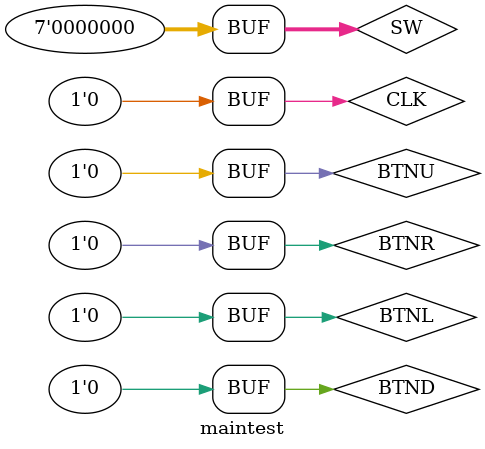
<source format=v>
`timescale 1ns / 1ps


module maintest;

	// Inputs
	reg CLK;
	reg [6:0] SW;
	reg BTNU;
	reg BTND;
	reg BTNL;
	reg BTNR;

	// Outputs
	wire [7:0] LED;

	// Instantiate the Unit Under Test (UUT)
	lab2_top_module uut (
		.CLK(CLK), 
		.SW(SW), 
		.BTNU(BTNU), 
		.BTND(BTND), 
		.BTNL(BTNL), 
		.BTNR(BTNR), 
		.LED(LED)
	);

	initial begin

		// Initialize Inputs
		CLK = 0;
		SW = 0;
		BTNU = 0;
		BTND = 0;
		BTNL = 0;
		BTNR = 0;

		// Wait 100 ns for global reset to finish
		#100;
/*        
		// Add stimulus here
		CLK=~CLK;
		#10;
		SW=4;
		#10;
		CLK=~CLK;
		#10;
		BTNL=1;
		#10;
		CLK=~CLK;
		#10;
		CLK=~CLK;
		#10;
		CLK=~CLK;
		#10;
		CLK=~CLK;
*/

	end
      
endmodule


</source>
